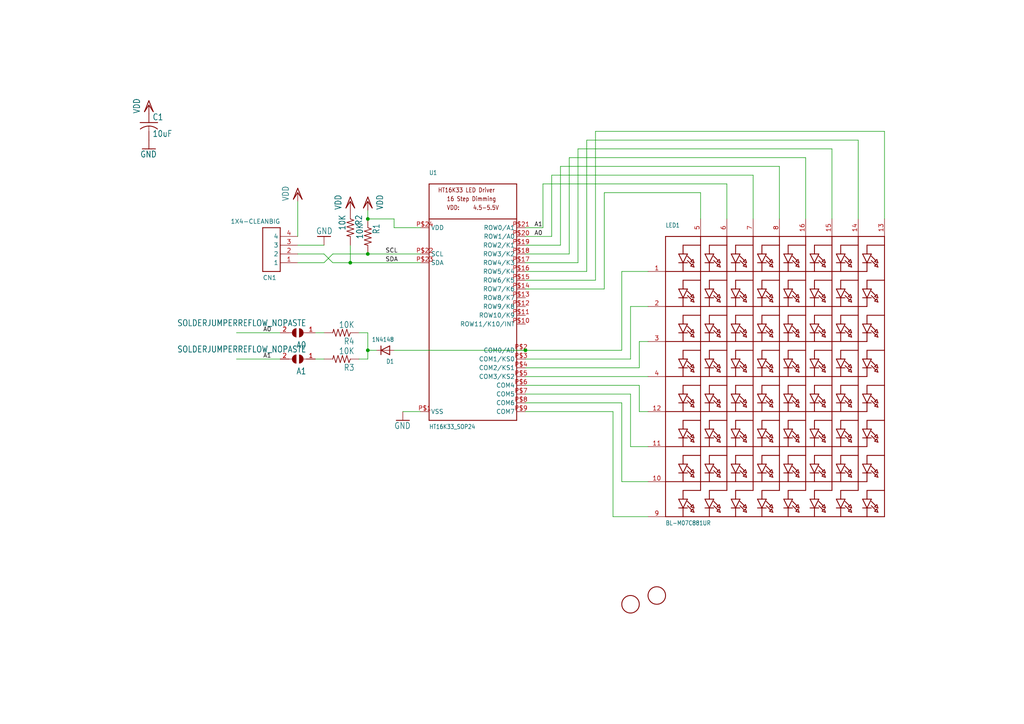
<source format=kicad_sch>
(kicad_sch (version 20211123) (generator eeschema)
  (paper "A4")
  (lib_symbols
    (symbol "schematicEagle-eagle-import:1X4-CLEANBIG"
      (property "Reference" "CN" (at 5.08 7.62 0))
      (property "Value" "1X4-CLEANBIG" (at 0 -10.16 0))
      (symbol "1X4-CLEANBIG_1_0"
        (pin bidirectional line (at -5.08 2.54 0) (length 5.08) (name "1") (number "1"))
        (pin bidirectional line (at -5.08 0 0) (length 5.08) (name "2") (number "2"))
        (pin bidirectional line (at -5.08 -2.54 0) (length 5.08) (name "3") (number "3"))
        (pin bidirectional line (at -5.08 -5.08 0) (length 5.08) (name "4") (number "4"))
      )
    )
    (symbol "schematicEagle-eagle-import:C-USC0805"
      (property "Reference" "C" (at 1.016 0.635 0))
      (property "Value" "C-USC0805" (at 1.016 -4.191 0))
      (symbol "C-USC0805_1_0"
        (pin passive line (at 0 2.54 270) (length 2.54) (name "1") (number "1"))
        (pin passive line (at 0 -5.08 90) (length 2.54) (name "2") (number "2"))
      )
    )
    (symbol "schematicEagle-eagle-import:DIODESOD-323F"
      (property "Reference" "D" (at -2.54 2.54 0))
      (property "Value" "DIODESOD-323F" (at -2.54 -3.81 0))
      (symbol "DIODESOD-323F_1_0"
        (pin passive line (at -2.54 0 0) (length 2.54) (name "A") (number "A"))
        (pin passive line (at 2.54 0 180) (length 2.54) (name "C") (number "C"))
      )
    )
    (symbol "schematicEagle-eagle-import:DISP_SEGMENT_8X8_ROWCATHODE"
      (property "Reference" "LED" (at -33.02 45.72 0))
      (property "Value" "DISP_SEGMENT_8X8_ROWCATHODE" (at -33.02 -40.64 0))
      (symbol "DISP_SEGMENT_8X8_ROWCATHODE_1_0"
        (pin bidirectional line (at -38.1 33.02 0) (length 5.08) (name "K1") (number "1"))
        (pin bidirectional line (at -38.1 -27.94 0) (length 5.08) (name "K7") (number "10"))
        (pin bidirectional line (at -38.1 -17.78 0) (length 5.08) (name "K6") (number "11"))
        (pin bidirectional line (at -38.1 -7.62 0) (length 5.08) (name "K5") (number "12"))
        (pin bidirectional line (at 30.48 48.26 270) (length 5.08) (name "A8") (number "13"))
        (pin bidirectional line (at 22.86 48.26 270) (length 5.08) (name "A7") (number "14"))
        (pin bidirectional line (at 15.24 48.26 270) (length 5.08) (name "A6") (number "15"))
        (pin bidirectional line (at 7.62 48.26 270) (length 5.08) (name "A5") (number "16"))
        (pin bidirectional line (at -38.1 22.86 0) (length 5.08) (name "K2") (number "2"))
        (pin bidirectional line (at -38.1 12.7 0) (length 5.08) (name "K3") (number "3"))
        (pin bidirectional line (at -38.1 2.54 0) (length 5.08) (name "K4") (number "4"))
        (pin bidirectional line (at -22.86 48.26 270) (length 5.08) (name "A1") (number "5"))
        (pin bidirectional line (at -15.24 48.26 270) (length 5.08) (name "A2") (number "6"))
        (pin bidirectional line (at -7.62 48.26 270) (length 5.08) (name "A3") (number "7"))
        (pin bidirectional line (at 0 48.26 270) (length 5.08) (name "A4") (number "8"))
        (pin bidirectional line (at -38.1 -38.1 0) (length 5.08) (name "K8") (number "9"))
      )
    )
    (symbol "schematicEagle-eagle-import:FIDUCIAL")
    (symbol "schematicEagle-eagle-import:GND" (power)
      (property "Value" "GND" (at -2.54 -2.54 0))
      (symbol "GND_1_0"
        (pin power_in line (at 0 2.54 270) (length 2.54) (name "GND") (number "1"))
      )
    )
    (symbol "schematicEagle-eagle-import:HT16K33_SOP24"
      (property "Reference" "U" (at -12.7 35.56 0))
      (property "Value" "HT16K33_SOP24" (at -12.7 -38.1 0))
      (symbol "HT16K33_SOP24_1_0"
        (text "16 Step Dimming" (at -7.62 27.94 0) (effects (font (size 1.27 1.0795)) (justify left bottom)))
        (text "4.5-5.5V" (at 0 25.4 0) (effects (font (size 1.27 1.0795)) (justify left bottom)))
        (text "HT16K33 LED Driver" (at -10.16 30.48 0) (effects (font (size 1.27 1.0795)) (justify left bottom)))
        (text "VDD:" (at -7.62 25.4 0) (effects (font (size 1.27 1.0795)) (justify left bottom)))
        (pin bidirectional line (at -15.24 -33.02 0) (length 2.54) (name "VSS") (number "P$1"))
        (pin bidirectional line (at 15.24 -7.62 180) (length 2.54) (name "ROW11/K10/INT") (number "P$10"))
        (pin bidirectional line (at 15.24 -5.08 180) (length 2.54) (name "ROW10/K9") (number "P$11"))
        (pin bidirectional line (at 15.24 -2.54 180) (length 2.54) (name "ROW9/K8") (number "P$12"))
        (pin bidirectional line (at 15.24 0 180) (length 2.54) (name "ROW8/K7") (number "P$13"))
        (pin bidirectional line (at 15.24 2.54 180) (length 2.54) (name "ROW7/K6") (number "P$14"))
        (pin bidirectional line (at 15.24 5.08 180) (length 2.54) (name "ROW6/K5") (number "P$15"))
        (pin bidirectional line (at 15.24 7.62 180) (length 2.54) (name "ROW5/K4") (number "P$16"))
        (pin bidirectional line (at 15.24 10.16 180) (length 2.54) (name "ROW4/K3") (number "P$17"))
        (pin bidirectional line (at 15.24 12.7 180) (length 2.54) (name "ROW3/K2") (number "P$18"))
        (pin bidirectional line (at 15.24 15.24 180) (length 2.54) (name "ROW2/K1") (number "P$19"))
        (pin bidirectional line (at 15.24 -15.24 180) (length 2.54) (name "COM0/AD") (number "P$2"))
        (pin bidirectional line (at 15.24 17.78 180) (length 2.54) (name "ROW1/A0") (number "P$20"))
        (pin bidirectional line (at 15.24 20.32 180) (length 2.54) (name "ROW0/A1") (number "P$21"))
        (pin bidirectional line (at -15.24 12.7 0) (length 2.54) (name "SCL") (number "P$22"))
        (pin bidirectional line (at -15.24 10.16 0) (length 2.54) (name "SDA") (number "P$23"))
        (pin bidirectional line (at -15.24 20.32 0) (length 2.54) (name "VDD") (number "P$24"))
        (pin bidirectional line (at 15.24 -17.78 180) (length 2.54) (name "COM1/KS0") (number "P$3"))
        (pin bidirectional line (at 15.24 -20.32 180) (length 2.54) (name "COM2/KS1") (number "P$4"))
        (pin bidirectional line (at 15.24 -22.86 180) (length 2.54) (name "COM3/KS2") (number "P$5"))
        (pin bidirectional line (at 15.24 -25.4 180) (length 2.54) (name "COM4") (number "P$6"))
        (pin bidirectional line (at 15.24 -27.94 180) (length 2.54) (name "COM5") (number "P$7"))
        (pin bidirectional line (at 15.24 -30.48 180) (length 2.54) (name "COM6") (number "P$8"))
        (pin bidirectional line (at 15.24 -33.02 180) (length 2.54) (name "COM7") (number "P$9"))
      )
    )
    (symbol "schematicEagle-eagle-import:R-US_R0805"
      (property "Reference" "R" (at -3.81 1.4986 0))
      (property "Value" "R-US_R0805" (at -3.81 -3.302 0))
      (symbol "R-US_R0805_1_0"
        (pin passive line (at -5.08 0 0) (length 2.54) (name "1") (number "1"))
        (pin passive line (at 5.08 0 180) (length 2.54) (name "2") (number "2"))
      )
    )
    (symbol "schematicEagle-eagle-import:SOLDERJUMPERREFLOW_NOPASTE"
      (property "Reference" "SJ" (at -2.54 2.54 0))
      (property "Value" "SOLDERJUMPERREFLOW_NOPASTE" (at -2.54 -3.81 0))
      (symbol "SOLDERJUMPERREFLOW_NOPASTE_1_0"
        (pin passive line (at -5.08 0 0) (length 2.54) (name "1") (number "1"))
        (pin passive line (at 5.08 0 180) (length 2.54) (name "2") (number "2"))
      )
    )
    (symbol "schematicEagle-eagle-import:VDD" (power)
      (property "Value" "VDD" (at -2.54 -2.54 90))
      (symbol "VDD_1_0"
        (pin power_in line (at 0 -2.54 90) (length 2.54) (name "VDD") (number "1"))
      )
    )
  )
  (junction (at 106.68 63.5))
  (junction (at 106.68 101.6))
  (junction (at 101.6 76.2))
  (junction (at 152.4 101.6))
  (junction (at 106.68 73.66))
  (wire (pts (xy 152.4 66.04) (xy 157.48 66.04)))
  (wire (pts (xy 152.4 106.68) (xy 185.42 106.68)))
  (wire (pts (xy 187.96 119.38) (xy 185.42 119.38)))
  (wire (pts (xy 233.68 45.72) (xy 233.68 63.5)))
  (wire (pts (xy 182.88 104.14) (xy 152.4 104.14)))
  (wire (pts (xy 93.98 104.14) (xy 91.44 104.14)))
  (wire (pts (xy 93.98 73.66) (xy 96.52 76.2)))
  (wire (pts (xy 180.34 139.7) (xy 180.34 116.84)))
  (wire (pts (xy 160.02 68.58) (xy 160.02 50.8)))
  (wire (pts (xy 180.34 116.84) (xy 152.4 116.84)))
  (wire (pts (xy 86.36 71.12) (xy 93.98 71.12)))
  (wire (pts (xy 152.4 83.82) (xy 175.26 83.82)))
  (wire (pts (xy 96.52 76.2) (xy 101.6 76.2)))
  (wire (pts (xy 167.64 76.2) (xy 152.4 76.2)))
  (wire (pts (xy 180.34 78.74) (xy 187.96 78.74)))
  (wire (pts (xy 172.72 38.1) (xy 256.54 38.1)))
  (wire (pts (xy 241.3 43.18) (xy 241.3 63.5)))
  (wire (pts (xy 81.28 96.52) (xy 68.58 96.52)))
  (wire (pts (xy 101.6 76.2) (xy 101.6 71.12)))
  (wire (pts (xy 86.36 73.66) (xy 93.98 73.66)))
  (wire (pts (xy 152.4 101.6) (xy 114.3 101.6)))
  (wire (pts (xy 116.84 119.38) (xy 121.92 119.38)))
  (wire (pts (xy 86.36 58.42) (xy 86.36 68.58)))
  (wire (pts (xy 114.3 63.5) (xy 106.68 63.5)))
  (wire (pts (xy 177.8 149.86) (xy 187.96 149.86)))
  (wire (pts (xy 210.82 53.34) (xy 210.82 63.5)))
  (wire (pts (xy 177.8 119.38) (xy 177.8 149.86)))
  (wire (pts (xy 106.68 101.6) (xy 109.22 101.6)))
  (wire (pts (xy 152.4 119.38) (xy 177.8 119.38)))
  (wire (pts (xy 165.1 73.66) (xy 152.4 73.66)))
  (wire (pts (xy 68.58 104.14) (xy 81.28 104.14)))
  (wire (pts (xy 162.56 48.26) (xy 226.06 48.26)))
  (wire (pts (xy 121.92 76.2) (xy 101.6 76.2)))
  (wire (pts (xy 185.42 119.38) (xy 185.42 111.76)))
  (wire (pts (xy 218.44 50.8) (xy 218.44 63.5)))
  (wire (pts (xy 172.72 81.28) (xy 152.4 81.28)))
  (wire (pts (xy 170.18 40.64) (xy 248.92 40.64)))
  (wire (pts (xy 106.68 104.14) (xy 104.14 104.14)))
  (wire (pts (xy 180.34 101.6) (xy 180.34 78.74)))
  (wire (pts (xy 187.96 129.54) (xy 182.88 129.54)))
  (wire (pts (xy 182.88 129.54) (xy 182.88 114.3)))
  (wire (pts (xy 185.42 99.06) (xy 187.96 99.06)))
  (wire (pts (xy 114.3 66.04) (xy 114.3 63.5)))
  (wire (pts (xy 185.42 106.68) (xy 185.42 99.06)))
  (wire (pts (xy 167.64 43.18) (xy 241.3 43.18)))
  (wire (pts (xy 203.2 55.88) (xy 203.2 63.5)))
  (wire (pts (xy 106.68 101.6) (xy 106.68 104.14)))
  (wire (pts (xy 167.64 76.2) (xy 167.64 43.18)))
  (wire (pts (xy 93.98 76.2) (xy 86.36 76.2)))
  (wire (pts (xy 187.96 109.22) (xy 152.4 109.22)))
  (wire (pts (xy 165.1 73.66) (xy 165.1 45.72)))
  (wire (pts (xy 226.06 48.26) (xy 226.06 63.5)))
  (wire (pts (xy 165.1 45.72) (xy 233.68 45.72)))
  (wire (pts (xy 121.92 66.04) (xy 114.3 66.04)))
  (wire (pts (xy 185.42 111.76) (xy 152.4 111.76)))
  (wire (pts (xy 187.96 139.7) (xy 180.34 139.7)))
  (wire (pts (xy 121.92 73.66) (xy 106.68 73.66)))
  (wire (pts (xy 172.72 81.28) (xy 172.72 38.1)))
  (wire (pts (xy 106.68 60.96) (xy 106.68 63.5)))
  (wire (pts (xy 96.52 73.66) (xy 93.98 76.2)))
  (wire (pts (xy 248.92 40.64) (xy 248.92 63.5)))
  (wire (pts (xy 104.14 96.52) (xy 106.68 96.52)))
  (wire (pts (xy 187.96 88.9) (xy 182.88 88.9)))
  (wire (pts (xy 170.18 78.74) (xy 170.18 40.64)))
  (wire (pts (xy 175.26 55.88) (xy 203.2 55.88)))
  (wire (pts (xy 175.26 83.82) (xy 175.26 55.88)))
  (wire (pts (xy 256.54 38.1) (xy 256.54 63.5)))
  (wire (pts (xy 93.98 96.52) (xy 91.44 96.52)))
  (wire (pts (xy 182.88 114.3) (xy 152.4 114.3)))
  (wire (pts (xy 152.4 71.12) (xy 162.56 71.12)))
  (wire (pts (xy 152.4 78.74) (xy 170.18 78.74)))
  (wire (pts (xy 152.4 68.58) (xy 160.02 68.58)))
  (wire (pts (xy 106.68 96.52) (xy 106.68 101.6)))
  (wire (pts (xy 160.02 50.8) (xy 218.44 50.8)))
  (wire (pts (xy 157.48 53.34) (xy 210.82 53.34)))
  (wire (pts (xy 157.48 66.04) (xy 157.48 53.34)))
  (wire (pts (xy 106.68 73.66) (xy 96.52 73.66)))
  (wire (pts (xy 162.56 71.12) (xy 162.56 48.26)))
  (wire (pts (xy 182.88 88.9) (xy 182.88 104.14)))
  (wire (pts (xy 152.4 101.6) (xy 180.34 101.6)))
  (label "A1" (at 78.74 104.14 180) (effects (font (size 1.2446 1.2446))))
  (label "SCL" (at 111.76 73.66 0) (effects (font (size 1.2446 1.2446))))
  (label "A1" (at 154.94 66.04 0) (effects (font (size 1.2446 1.2446))))
  (label "A0" (at 78.74 96.52 180) (effects (font (size 1.2446 1.2446))))
  (label "A0" (at 154.94 68.58 0) (effects (font (size 1.2446 1.2446))))
  (label "SDA" (at 111.76 76.2 0) (effects (font (size 1.2446 1.2446))))
  (symbol (lib_id "schematicEagle-eagle-import:FIDUCIAL") (at 182.88 175.26 0) (unit 1)
    (property "Reference" "U$1" (effects hide))
    (property "Value" "FIDUCIAL" (effects hide))
    (property "Footprint" "schematicEagle:FIDUCIAL_1MM" (effects hide))
  )
  (symbol (lib_id "schematicEagle-eagle-import:FIDUCIAL") (at 190.5 172.72 0) (unit 1)
    (property "Reference" "U$2" (effects hide))
    (property "Value" "FIDUCIAL" (effects hide))
    (property "Footprint" "schematicEagle:FIDUCIAL_1MM" (effects hide))
  )
  (symbol (lib_id "schematicEagle-eagle-import:1X4-CLEANBIG") (at 81.28 73.66 180) (unit 1)
    (property "Reference" "CN1" (at 76.2 81.28 0) (effects (justify right top)))
    (property "Value" "1X4-CLEANBIG" (at 81.28 63.5 0) (effects (justify left bottom)))
    (property "Footprint" "schematicEagle:1X04-CLEANBIG" (effects hide))
  )
  (symbol (lib_id "schematicEagle-eagle-import:SOLDERJUMPERREFLOW_NOPASTE") (at 86.36 104.14 180) (unit 1)
    (property "Reference" "A1" (at 88.9 106.68 0) (effects (font (size 1.778 1.5113)) (justify left bottom)))
    (property "Value" "SOLDERJUMPERREFLOW_NOPASTE" (at 88.9 100.33 0) (effects (font (size 1.778 1.5113)) (justify left bottom)))
    (property "Footprint" "schematicEagle:SOLDERJUMPER_REFLOW_NOPASTE" (effects hide))
  )
  (symbol (lib_id "schematicEagle-eagle-import:C-USC0805") (at 43.18 35.56 0) (unit 1)
    (property "Reference" "C1" (at 44.196 34.925 0) (effects (font (size 1.778 1.5113)) (justify left bottom)))
    (property "Value" "10uF" (at 44.196 39.751 0) (effects (font (size 1.778 1.5113)) (justify left bottom)))
    (property "Footprint" "schematicEagle:C0805" (effects hide))
  )
  (symbol (lib_id "schematicEagle-eagle-import:R-US_R0805") (at 99.06 104.14 180) (unit 1)
    (property "Reference" "R3" (at 102.87 105.6386 0) (effects (font (size 1.778 1.5113)) (justify left bottom)))
    (property "Value" "10K" (at 102.87 100.838 0) (effects (font (size 1.778 1.5113)) (justify left bottom)))
    (property "Footprint" "schematicEagle:R0805" (effects hide))
  )
  (symbol (lib_id "schematicEagle-eagle-import:GND") (at 93.98 68.58 180) (unit 1)
    (property "Reference" "#GND2" (effects hide))
    (property "Value" "GND" (at 96.52 66.04 0) (effects (font (size 1.778 1.5113)) (justify left bottom)))
    (property "Footprint" "schematicEagle:" (effects hide))
  )
  (symbol (lib_id "schematicEagle-eagle-import:GND") (at 43.18 43.18 0) (unit 1)
    (property "Reference" "#GND3" (effects hide))
    (property "Value" "GND" (at 40.64 45.72 0) (effects (font (size 1.778 1.5113)) (justify left bottom)))
    (property "Footprint" "schematicEagle:" (effects hide))
  )
  (symbol (lib_id "schematicEagle-eagle-import:R-US_R0805") (at 99.06 96.52 180) (unit 1)
    (property "Reference" "R4" (at 102.87 98.0186 0) (effects (font (size 1.778 1.5113)) (justify left bottom)))
    (property "Value" "10K" (at 102.87 93.218 0) (effects (font (size 1.778 1.5113)) (justify left bottom)))
    (property "Footprint" "schematicEagle:R0805" (effects hide))
  )
  (symbol (lib_id "schematicEagle-eagle-import:GND") (at 116.84 121.92 0) (unit 1)
    (property "Reference" "#GND1" (effects hide))
    (property "Value" "GND" (at 114.3 124.46 0) (effects (font (size 1.778 1.5113)) (justify left bottom)))
    (property "Footprint" "schematicEagle:" (effects hide))
  )
  (symbol (lib_id "schematicEagle-eagle-import:VDD") (at 86.36 55.88 0) (unit 1)
    (property "Reference" "#VDD4" (effects hide))
    (property "Value" "VDD" (at 83.82 58.42 90) (effects (font (size 1.778 1.5113)) (justify left bottom)))
    (property "Footprint" "schematicEagle:" (effects hide))
  )
  (symbol (lib_id "schematicEagle-eagle-import:VDD") (at 43.18 30.48 0) (unit 1)
    (property "Reference" "#VDD5" (effects hide))
    (property "Value" "VDD" (at 40.64 33.02 90) (effects (font (size 1.778 1.5113)) (justify left bottom)))
    (property "Footprint" "schematicEagle:" (effects hide))
  )
  (symbol (lib_id "schematicEagle-eagle-import:DISP_SEGMENT_8X8_ROWCATHODE") (at 226.06 111.76 0) (unit 1)
    (property "Reference" "LED1" (at 193.04 66.04 0) (effects (font (size 1.27 1.0795)) (justify left bottom)))
    (property "Value" "BL-M07C881UR" (at 193.04 152.4 0) (effects (font (size 1.27 1.0795)) (justify left bottom)))
    (property "Footprint" "schematicEagle:SEGMENT_BL-M07C881UR" (effects hide))
  )
  (symbol (lib_id "schematicEagle-eagle-import:SOLDERJUMPERREFLOW_NOPASTE") (at 86.36 96.52 180) (unit 1)
    (property "Reference" "A0" (at 88.9 99.06 0) (effects (font (size 1.778 1.5113)) (justify left bottom)))
    (property "Value" "SOLDERJUMPERREFLOW_NOPASTE" (at 88.9 92.71 0) (effects (font (size 1.778 1.5113)) (justify left bottom)))
    (property "Footprint" "schematicEagle:SOLDERJUMPER_REFLOW_NOPASTE" (effects hide))
  )
  (symbol (lib_id "schematicEagle-eagle-import:VDD") (at 101.6 58.42 0) (unit 1)
    (property "Reference" "#VDD1" (effects hide))
    (property "Value" "VDD" (at 99.06 60.96 90) (effects (font (size 1.778 1.5113)) (justify left bottom)))
    (property "Footprint" "schematicEagle:" (effects hide))
  )
  (symbol (lib_id "schematicEagle-eagle-import:R-US_R0805") (at 106.68 68.58 270) (unit 1)
    (property "Reference" "R1" (at 108.1786 64.77 0) (effects (font (size 1.778 1.5113)) (justify left bottom)))
    (property "Value" "10K" (at 103.378 64.77 0) (effects (font (size 1.778 1.5113)) (justify left bottom)))
    (property "Footprint" "schematicEagle:R0805" (effects hide))
  )
  (symbol (lib_id "schematicEagle-eagle-import:R-US_R0805") (at 101.6 66.04 270) (unit 1)
    (property "Reference" "R2" (at 103.0986 62.23 0) (effects (font (size 1.778 1.5113)) (justify left bottom)))
    (property "Value" "10K" (at 98.298 62.23 0) (effects (font (size 1.778 1.5113)) (justify left bottom)))
    (property "Footprint" "schematicEagle:R0805" (effects hide))
  )
  (symbol (lib_id "schematicEagle-eagle-import:VDD") (at 106.68 58.42 0) (mirror y) (unit 1)
    (property "Reference" "#VDD2" (effects hide))
    (property "Value" "VDD" (at 109.22 60.96 90) (effects (font (size 1.778 1.5113)) (justify left bottom)))
    (property "Footprint" "schematicEagle:" (effects hide))
  )
  (symbol (lib_id "schematicEagle-eagle-import:HT16K33_SOP24") (at 137.16 86.36 0) (unit 1)
    (property "Reference" "U1" (at 124.46 50.8 0) (effects (font (size 1.27 1.0795)) (justify left bottom)))
    (property "Value" "HT16K33_SOP24" (at 124.46 124.46 0) (effects (font (size 1.27 1.0795)) (justify left bottom)))
    (property "Footprint" "schematicEagle:SOP24_300MIL" (effects hide))
  )
  (symbol (lib_id "schematicEagle-eagle-import:DIODESOD-323F") (at 111.76 101.6 180) (unit 1)
    (property "Reference" "D1" (at 114.3 104.14 0) (effects (font (size 1.27 1.0795)) (justify left bottom)))
    (property "Value" "1N4148" (at 114.3 97.79 0) (effects (font (size 1.27 1.0795)) (justify left bottom)))
    (property "Footprint" "schematicEagle:SOD-323F" (effects hide))
  )
)
</source>
